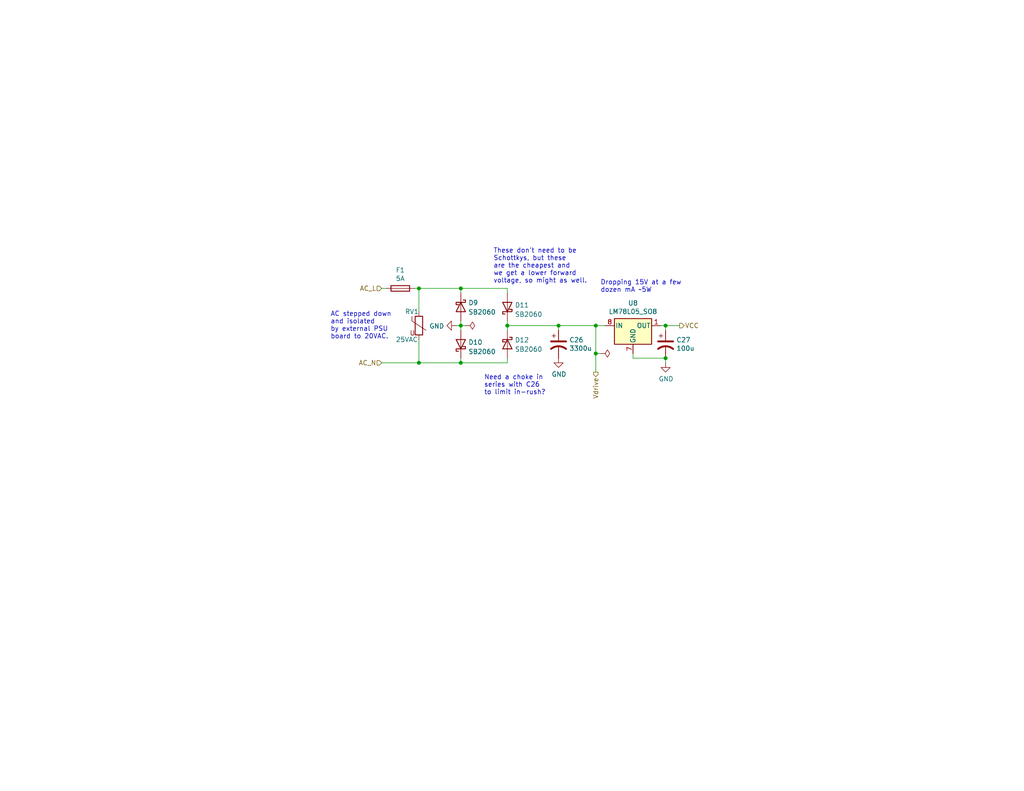
<source format=kicad_sch>
(kicad_sch (version 20211123) (generator eeschema)
  (paper "USLetter")
  (title_block (title "Power Supply") (date "2022-07-15") (rev "1.0.0") (company "Zach Anderson"))
  (lib_symbols
    (symbol "Device:C_Polarized_US" (pin_numbers hide) (pin_names (offset 0.254) hide)
      (property "Reference" "C" (at 0.635 2.54 0))
      (property "Value" "C_Polarized_US" (at 0.635 -2.54 0))
      (symbol "C_Polarized_US_0_1"
        (polyline (pts (xy -2.032 0.762) (xy 2.032 0.762)) (stroke (width 0.508)))
        (polyline (pts (xy -1.778 2.286) (xy -0.762 2.286)))
        (polyline (pts (xy -1.27 1.778) (xy -1.27 2.794)))
        (arc (start 2.032 -1.27) (mid 0 -0.5572) (end -2.032 -1.27) (stroke (width 0.508)))
      )
      (symbol "C_Polarized_US_1_1"
        (pin passive line (at 0 3.81 270) (length 2.794) (name "~") (number "1"))
        (pin passive line (at 0 -3.81 90) (length 3.302) (name "~") (number "2"))
      )
    )
    (symbol "Device:D_Schottky" (pin_numbers hide) (pin_names (offset 1.016) hide)
      (property "Reference" "D" (at 0 2.54 0))
      (property "Value" "D_Schottky" (at 0 -2.54 0))
      (symbol "D_Schottky_0_1"
        (polyline (pts (xy 1.27 0) (xy -1.27 0)))
        (polyline (pts (xy 1.27 1.27) (xy 1.27 -1.27) (xy -1.27 0) (xy 1.27 1.27)) (stroke (width 0.254)))
        (polyline (pts (xy -1.905 0.635) (xy -1.905 1.27) (xy -1.27 1.27) (xy -1.27 -1.27) (xy -0.635 -1.27) (xy -0.635 -0.635)) (stroke (width 0.254)))
      )
      (symbol "D_Schottky_1_1"
        (pin passive line (at -3.81 0 0) (length 2.54) (name "K") (number "1"))
        (pin passive line (at 3.81 0 180) (length 2.54) (name "A") (number "2"))
      )
    )
    (symbol "Device:Fuse" (pin_numbers hide) (pin_names (offset 0))
      (property "Reference" "F" (at 2.032 0 90))
      (property "Value" "Fuse" (at -1.905 0 90))
      (symbol "Fuse_0_1"
        (rectangle (start -0.762 -2.54) (end 0.762 2.54) (stroke (width 0.254)))
        (polyline (pts (xy 0 2.54) (xy 0 -2.54)))
      )
      (symbol "Fuse_1_1"
        (pin passive line (at 0 3.81 270) (length 1.27) (name "~") (number "1"))
        (pin passive line (at 0 -3.81 90) (length 1.27) (name "~") (number "2"))
      )
    )
    (symbol "Device:Varistor" (pin_numbers hide) (pin_names (offset 0))
      (property "Reference" "RV" (at 3.175 0 90))
      (property "Value" "Varistor" (at -3.175 0 90))
      (symbol "Varistor_0_0"
        (text "U" (at -1.778 -2.032 0) (effects (font (size 1.27 1.27))))
      )
      (symbol "Varistor_0_1"
        (rectangle (start -1.016 -2.54) (end 1.016 2.54) (stroke (width 0.254)))
        (polyline (pts (xy -1.905 2.54) (xy -1.905 1.27) (xy 1.905 -1.27)))
      )
      (symbol "Varistor_1_1"
        (pin passive line (at 0 3.81 270) (length 1.27) (name "~") (number "1"))
        (pin passive line (at 0 -3.81 90) (length 1.27) (name "~") (number "2"))
      )
    )
    (symbol "Regulator_Linear:LM78L05_SO8" (pin_names (offset 0.254))
      (property "Reference" "U" (at -3.81 3.175 0))
      (property "Value" "LM78L05_SO8" (at 0 3.175 0))
      (symbol "LM78L05_SO8_0_1"
        (rectangle (start -5.08 1.905) (end 5.08 -5.08) (stroke (width 0.254)) (fill (type background)))
      )
      (symbol "LM78L05_SO8_1_1"
        (pin power_out line (at 7.62 0 180) (length 2.54) (name "OUT") (number "1"))
        (pin passive line (at 0 -7.62 90) (length 2.54) hide (name "GND") (number "2"))
        (pin passive line (at 0 -7.62 90) (length 2.54) hide (name "GND") (number "3"))
        (pin no_connect line (at -5.08 -2.54 0) (length 2.54) hide (name "NC") (number "4"))
        (pin no_connect line (at 5.08 -2.54 180) (length 2.54) hide (name "NC") (number "5"))
        (pin passive line (at 0 -7.62 90) (length 2.54) hide (name "GND") (number "6"))
        (pin power_in line (at 0 -7.62 90) (length 2.54) (name "GND") (number "7"))
        (pin power_in line (at -7.62 0 0) (length 2.54) (name "IN") (number "8"))
      )
    )
    (symbol "power:GND" (power) (pin_names (offset 0))
      (property "Value" "GND" (at 0 -3.81 0))
      (symbol "GND_0_1"
        (polyline (pts (xy 0 0) (xy 0 -1.27) (xy 1.27 -1.27) (xy 0 -2.54) (xy -1.27 -1.27) (xy 0 -1.27)))
      )
      (symbol "GND_1_1"
        (pin power_in line (at 0 0 270) (length 0) hide (name "GND") (number "1"))
      )
    )
    (symbol "power:PWR_FLAG" (power) (pin_numbers hide) (pin_names (offset 0) hide)
      (property "Value" "PWR_FLAG" (at 0 3.81 0))
      (symbol "PWR_FLAG_0_0"
        (pin power_out line (at 0 0 90) (length 0) (name "pwr") (number "1"))
      )
      (symbol "PWR_FLAG_0_1"
        (polyline (pts (xy 0 0) (xy 0 1.27) (xy -1.016 1.905) (xy 0 2.54) (xy 1.016 1.905) (xy 0 1.27)))
      )
    )
  )
  (junction (at 114.3 99.06))
  (junction (at 125.73 78.74))
  (junction (at 152.4 88.9))
  (junction (at 162.56 88.9))
  (junction (at 138.43 88.9))
  (junction (at 181.61 88.9))
  (junction (at 162.56 96.52))
  (junction (at 125.73 99.06))
  (junction (at 125.73 88.9))
  (junction (at 181.61 97.79))
  (junction (at 114.3 78.74))
  (wire (pts (xy 152.4 88.9) (xy 162.56 88.9)))
  (wire (pts (xy 138.43 87.63) (xy 138.43 88.9)))
  (wire (pts (xy 138.43 78.74) (xy 138.43 80.01)))
  (wire (pts (xy 138.43 88.9) (xy 152.4 88.9)))
  (wire (pts (xy 125.73 88.9) (xy 127 88.9)))
  (wire (pts (xy 172.72 96.52) (xy 172.72 97.79)))
  (wire (pts (xy 162.56 96.52) (xy 162.56 101.6)))
  (wire (pts (xy 125.73 99.06) (xy 138.43 99.06)))
  (wire (pts (xy 181.61 88.9) (xy 181.61 90.17)))
  (wire (pts (xy 125.73 80.01) (xy 125.73 78.74)))
  (wire (pts (xy 125.73 97.79) (xy 125.73 99.06)))
  (wire (pts (xy 114.3 78.74) (xy 125.73 78.74)))
  (wire (pts (xy 125.73 88.9) (xy 125.73 90.17)))
  (wire (pts (xy 152.4 88.9) (xy 152.4 90.17)))
  (wire (pts (xy 181.61 99.06) (xy 181.61 97.79)))
  (wire (pts (xy 138.43 99.06) (xy 138.43 97.79)))
  (wire (pts (xy 104.14 78.74) (xy 105.41 78.74)))
  (wire (pts (xy 180.34 88.9) (xy 181.61 88.9)))
  (wire (pts (xy 162.56 88.9) (xy 162.56 96.52)))
  (wire (pts (xy 181.61 88.9) (xy 185.42 88.9)))
  (wire (pts (xy 113.03 78.74) (xy 114.3 78.74)))
  (wire (pts (xy 114.3 78.74) (xy 114.3 85.09)))
  (wire (pts (xy 104.14 99.06) (xy 114.3 99.06)))
  (wire (pts (xy 114.3 92.71) (xy 114.3 99.06)))
  (wire (pts (xy 163.83 96.52) (xy 162.56 96.52)))
  (wire (pts (xy 124.46 88.9) (xy 125.73 88.9)))
  (wire (pts (xy 125.73 78.74) (xy 138.43 78.74)))
  (wire (pts (xy 181.61 97.79) (xy 172.72 97.79)))
  (wire (pts (xy 125.73 87.63) (xy 125.73 88.9)))
  (wire (pts (xy 162.56 88.9) (xy 165.1 88.9)))
  (wire (pts (xy 114.3 99.06) (xy 125.73 99.06)))
  (wire (pts (xy 138.43 88.9) (xy 138.43 90.17)))
  (text "Dropping 15V at a few\ndozen mA ~5W" (at 163.83 80.01 0) (effects (font (size 1.27 1.27)) (justify left bottom)))
  (text "Need a choke in\nseries with C26\nto limit in-rush?" (at 132.08 107.95 0) (effects (font (size 1.27 1.27)) (justify left bottom)))
  (text "These don't need to be\nSchottkys, but these\nare the cheapest and\nwe get a lower forward\nvoltage, so might as well." (at 134.62 77.47 0) (effects (font (size 1.27 1.27)) (justify left bottom)))
  (text "AC stepped down\nand isolated\nby external PSU\nboard to 20VAC." (at 90.17 92.71 0) (effects (font (size 1.27 1.27)) (justify left bottom)))
  (hierarchical_label "AC_N" (shape input) (at 104.14 99.06 180))
  (hierarchical_label "Vdrive" (shape output) (at 162.56 101.6 270))
  (hierarchical_label "VCC" (shape output) (at 185.42 88.9 0))
  (hierarchical_label "AC_L" (shape input) (at 104.14 78.74 180))
  (symbol (lib_id "Device:Fuse") (at 109.22 78.74 270) (unit 1)
    (property "Reference" "F1" (at 109.22 73.7362 90))
    (property "Value" "5A" (at 109.22 76.0476 90))
  )
  (symbol (lib_id "power:PWR_FLAG") (at 163.83 96.52 270) (unit 1)
    (property "Reference" "#FLG03" (effects hide))
    (property "Value" "PWR_FLAG" (effects hide))
  )
  (symbol (lib_id "power:PWR_FLAG") (at 127 88.9 270) (unit 1)
    (property "Reference" "#FLG02" (effects hide))
    (property "Value" "PWR_FLAG" (effects hide))
  )
  (symbol (lib_id "power:GND") (at 181.61 99.06 0) (unit 1)
    (property "Reference" "#PWR093" (effects hide))
    (property "Value" "GND" (at 181.737 103.4542 0))
  )
  (symbol (lib_id "Regulator_Linear:LM78L05_SO8") (at 172.72 88.9 0) (unit 1)
    (property "Reference" "U8" (at 172.72 82.7532 0))
    (property "Value" "LM78L05_SO8" (at 172.72 85.0646 0))
    (property "Footprint" "Package_SO:SOIC-8_3.9x4.9mm_P1.27mm" (effects hide))
    (property "Datasheet" "https://www.onsemi.com/pub/Collateral/MC78L06A-D.pdf" (effects hide))
  )
  (symbol (lib_id "power:GND") (at 152.4 97.79 0) (unit 1)
    (property "Reference" "#PWR092" (effects hide))
    (property "Value" "GND" (at 152.527 102.1842 0))
  )
  (symbol (lib_id "Device:C_Polarized_US") (at 152.4 93.98 0) (unit 1)
    (property "Reference" "C26" (at 155.321 92.8116 0) (effects (justify left)))
    (property "Value" "3300u" (at 155.321 95.123 0) (effects (justify left)))
  )
  (symbol (lib_id "power:GND") (at 124.46 88.9 270) (unit 1)
    (property "Reference" "#PWR091" (effects hide))
    (property "Value" "GND" (at 121.2088 89.027 90) (effects (justify right)))
  )
  (symbol (lib_id "Device:C_Polarized_US") (at 181.61 93.98 0) (unit 1)
    (property "Reference" "C27" (at 184.531 92.8116 0) (effects (justify left)))
    (property "Value" "100u" (at 184.531 95.123 0) (effects (justify left)))
  )
  (symbol (lib_id "Device:Varistor") (at 114.3 88.9 0) (unit 1)
    (property "Reference" "RV1" (at 110.49 85.09 0) (effects (justify left)))
    (property "Value" "25VAC" (at 107.95 92.71 0) (effects (justify left)))
    (property "Datasheet" "https://datasheets.kyocera-avx.com/autotguard.pdf" (effects hide))
  )
  (symbol (lib_id "Device:D_Schottky") (at 125.73 83.82 270) (unit 1)
    (property "Reference" "D9" (at 127.762 82.6678 90) (effects (justify left)))
    (property "Value" "SB2060" (at 127.762 85.2047 90) (effects (justify left)))
    (property "Datasheet" "https://www.smc-diodes.com/propdf/SB2060%20N0876%20REV.A.pdf" (effects hide))
  )
  (symbol (lib_id "Device:D_Schottky") (at 125.73 93.98 90) (unit 1)
    (property "Reference" "D10" (at 127.762 93.4628 90) (effects (justify right)))
    (property "Value" "SB2060" (at 127.762 95.9997 90) (effects (justify right)))
    (property "Datasheet" "https://www.smc-diodes.com/propdf/SB2060%20N0876%20REV.A.pdf" (effects hide))
  )
  (symbol (lib_id "Device:D_Schottky") (at 138.43 83.82 90) (unit 1)
    (property "Reference" "D11" (at 140.462 83.3028 90) (effects (justify right)))
    (property "Value" "SB2060" (at 140.462 85.8397 90) (effects (justify right)))
    (property "Datasheet" "https://www.smc-diodes.com/propdf/SB2060%20N0876%20REV.A.pdf" (effects hide))
  )
  (symbol (lib_id "Device:D_Schottky") (at 138.43 93.98 270) (unit 1)
    (property "Reference" "D12" (at 140.462 92.8278 90) (effects (justify left)))
    (property "Value" "SB2060" (at 140.462 95.3647 90) (effects (justify left)))
    (property "Datasheet" "https://www.smc-diodes.com/propdf/SB2060%20N0876%20REV.A.pdf" (effects hide))
  )
)
</source>
